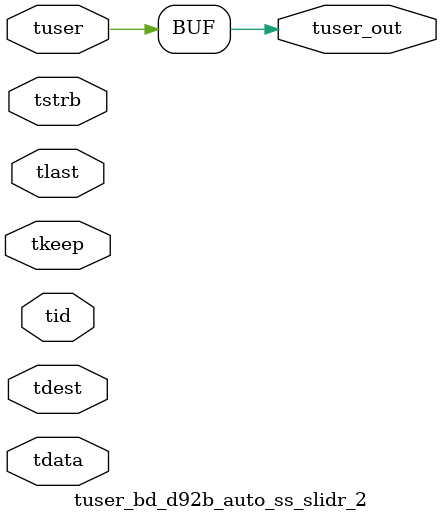
<source format=v>


`timescale 1ps/1ps

module tuser_bd_d92b_auto_ss_slidr_2 #
(
parameter C_S_AXIS_TUSER_WIDTH = 1,
parameter C_S_AXIS_TDATA_WIDTH = 32,
parameter C_S_AXIS_TID_WIDTH   = 0,
parameter C_S_AXIS_TDEST_WIDTH = 0,
parameter C_M_AXIS_TUSER_WIDTH = 1
)
(
input  [(C_S_AXIS_TUSER_WIDTH == 0 ? 1 : C_S_AXIS_TUSER_WIDTH)-1:0     ] tuser,
input  [(C_S_AXIS_TDATA_WIDTH == 0 ? 1 : C_S_AXIS_TDATA_WIDTH)-1:0     ] tdata,
input  [(C_S_AXIS_TID_WIDTH   == 0 ? 1 : C_S_AXIS_TID_WIDTH)-1:0       ] tid,
input  [(C_S_AXIS_TDEST_WIDTH == 0 ? 1 : C_S_AXIS_TDEST_WIDTH)-1:0     ] tdest,
input  [(C_S_AXIS_TDATA_WIDTH/8)-1:0 ] tkeep,
input  [(C_S_AXIS_TDATA_WIDTH/8)-1:0 ] tstrb,
input                                                                    tlast,
output [C_M_AXIS_TUSER_WIDTH-1:0] tuser_out
);

assign tuser_out = {tuser[0:0]};

endmodule


</source>
